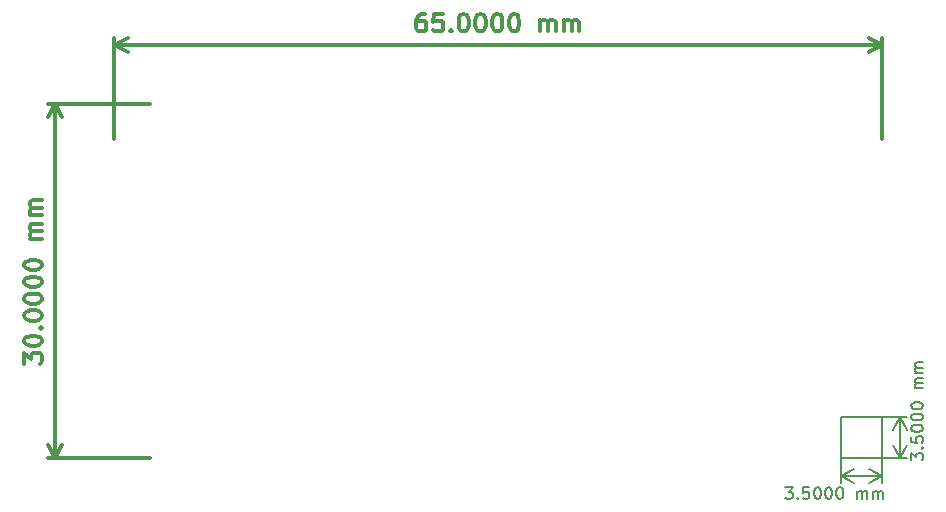
<source format=gbr>
%TF.GenerationSoftware,KiCad,Pcbnew,7.0.6*%
%TF.CreationDate,2023-08-14T14:17:20+01:00*%
%TF.ProjectId,canhat,63616e68-6174-42e6-9b69-6361645f7063,8*%
%TF.SameCoordinates,Original*%
%TF.FileFunction,OtherDrawing,Comment*%
%FSLAX46Y46*%
G04 Gerber Fmt 4.6, Leading zero omitted, Abs format (unit mm)*
G04 Created by KiCad (PCBNEW 7.0.6) date 2023-08-14 14:17:20*
%MOMM*%
%LPD*%
G01*
G04 APERTURE LIST*
%ADD10C,0.150000*%
%ADD11C,0.300000*%
G04 APERTURE END LIST*
D10*
X107454819Y-80190475D02*
X107454819Y-79571428D01*
X107454819Y-79571428D02*
X107835771Y-79904761D01*
X107835771Y-79904761D02*
X107835771Y-79761904D01*
X107835771Y-79761904D02*
X107883390Y-79666666D01*
X107883390Y-79666666D02*
X107931009Y-79619047D01*
X107931009Y-79619047D02*
X108026247Y-79571428D01*
X108026247Y-79571428D02*
X108264342Y-79571428D01*
X108264342Y-79571428D02*
X108359580Y-79619047D01*
X108359580Y-79619047D02*
X108407200Y-79666666D01*
X108407200Y-79666666D02*
X108454819Y-79761904D01*
X108454819Y-79761904D02*
X108454819Y-80047618D01*
X108454819Y-80047618D02*
X108407200Y-80142856D01*
X108407200Y-80142856D02*
X108359580Y-80190475D01*
X108359580Y-79142856D02*
X108407200Y-79095237D01*
X108407200Y-79095237D02*
X108454819Y-79142856D01*
X108454819Y-79142856D02*
X108407200Y-79190475D01*
X108407200Y-79190475D02*
X108359580Y-79142856D01*
X108359580Y-79142856D02*
X108454819Y-79142856D01*
X107454819Y-78190476D02*
X107454819Y-78666666D01*
X107454819Y-78666666D02*
X107931009Y-78714285D01*
X107931009Y-78714285D02*
X107883390Y-78666666D01*
X107883390Y-78666666D02*
X107835771Y-78571428D01*
X107835771Y-78571428D02*
X107835771Y-78333333D01*
X107835771Y-78333333D02*
X107883390Y-78238095D01*
X107883390Y-78238095D02*
X107931009Y-78190476D01*
X107931009Y-78190476D02*
X108026247Y-78142857D01*
X108026247Y-78142857D02*
X108264342Y-78142857D01*
X108264342Y-78142857D02*
X108359580Y-78190476D01*
X108359580Y-78190476D02*
X108407200Y-78238095D01*
X108407200Y-78238095D02*
X108454819Y-78333333D01*
X108454819Y-78333333D02*
X108454819Y-78571428D01*
X108454819Y-78571428D02*
X108407200Y-78666666D01*
X108407200Y-78666666D02*
X108359580Y-78714285D01*
X107454819Y-77523809D02*
X107454819Y-77428571D01*
X107454819Y-77428571D02*
X107502438Y-77333333D01*
X107502438Y-77333333D02*
X107550057Y-77285714D01*
X107550057Y-77285714D02*
X107645295Y-77238095D01*
X107645295Y-77238095D02*
X107835771Y-77190476D01*
X107835771Y-77190476D02*
X108073866Y-77190476D01*
X108073866Y-77190476D02*
X108264342Y-77238095D01*
X108264342Y-77238095D02*
X108359580Y-77285714D01*
X108359580Y-77285714D02*
X108407200Y-77333333D01*
X108407200Y-77333333D02*
X108454819Y-77428571D01*
X108454819Y-77428571D02*
X108454819Y-77523809D01*
X108454819Y-77523809D02*
X108407200Y-77619047D01*
X108407200Y-77619047D02*
X108359580Y-77666666D01*
X108359580Y-77666666D02*
X108264342Y-77714285D01*
X108264342Y-77714285D02*
X108073866Y-77761904D01*
X108073866Y-77761904D02*
X107835771Y-77761904D01*
X107835771Y-77761904D02*
X107645295Y-77714285D01*
X107645295Y-77714285D02*
X107550057Y-77666666D01*
X107550057Y-77666666D02*
X107502438Y-77619047D01*
X107502438Y-77619047D02*
X107454819Y-77523809D01*
X107454819Y-76571428D02*
X107454819Y-76476190D01*
X107454819Y-76476190D02*
X107502438Y-76380952D01*
X107502438Y-76380952D02*
X107550057Y-76333333D01*
X107550057Y-76333333D02*
X107645295Y-76285714D01*
X107645295Y-76285714D02*
X107835771Y-76238095D01*
X107835771Y-76238095D02*
X108073866Y-76238095D01*
X108073866Y-76238095D02*
X108264342Y-76285714D01*
X108264342Y-76285714D02*
X108359580Y-76333333D01*
X108359580Y-76333333D02*
X108407200Y-76380952D01*
X108407200Y-76380952D02*
X108454819Y-76476190D01*
X108454819Y-76476190D02*
X108454819Y-76571428D01*
X108454819Y-76571428D02*
X108407200Y-76666666D01*
X108407200Y-76666666D02*
X108359580Y-76714285D01*
X108359580Y-76714285D02*
X108264342Y-76761904D01*
X108264342Y-76761904D02*
X108073866Y-76809523D01*
X108073866Y-76809523D02*
X107835771Y-76809523D01*
X107835771Y-76809523D02*
X107645295Y-76761904D01*
X107645295Y-76761904D02*
X107550057Y-76714285D01*
X107550057Y-76714285D02*
X107502438Y-76666666D01*
X107502438Y-76666666D02*
X107454819Y-76571428D01*
X107454819Y-75619047D02*
X107454819Y-75523809D01*
X107454819Y-75523809D02*
X107502438Y-75428571D01*
X107502438Y-75428571D02*
X107550057Y-75380952D01*
X107550057Y-75380952D02*
X107645295Y-75333333D01*
X107645295Y-75333333D02*
X107835771Y-75285714D01*
X107835771Y-75285714D02*
X108073866Y-75285714D01*
X108073866Y-75285714D02*
X108264342Y-75333333D01*
X108264342Y-75333333D02*
X108359580Y-75380952D01*
X108359580Y-75380952D02*
X108407200Y-75428571D01*
X108407200Y-75428571D02*
X108454819Y-75523809D01*
X108454819Y-75523809D02*
X108454819Y-75619047D01*
X108454819Y-75619047D02*
X108407200Y-75714285D01*
X108407200Y-75714285D02*
X108359580Y-75761904D01*
X108359580Y-75761904D02*
X108264342Y-75809523D01*
X108264342Y-75809523D02*
X108073866Y-75857142D01*
X108073866Y-75857142D02*
X107835771Y-75857142D01*
X107835771Y-75857142D02*
X107645295Y-75809523D01*
X107645295Y-75809523D02*
X107550057Y-75761904D01*
X107550057Y-75761904D02*
X107502438Y-75714285D01*
X107502438Y-75714285D02*
X107454819Y-75619047D01*
X108454819Y-74095237D02*
X107788152Y-74095237D01*
X107883390Y-74095237D02*
X107835771Y-74047618D01*
X107835771Y-74047618D02*
X107788152Y-73952380D01*
X107788152Y-73952380D02*
X107788152Y-73809523D01*
X107788152Y-73809523D02*
X107835771Y-73714285D01*
X107835771Y-73714285D02*
X107931009Y-73666666D01*
X107931009Y-73666666D02*
X108454819Y-73666666D01*
X107931009Y-73666666D02*
X107835771Y-73619047D01*
X107835771Y-73619047D02*
X107788152Y-73523809D01*
X107788152Y-73523809D02*
X107788152Y-73380952D01*
X107788152Y-73380952D02*
X107835771Y-73285713D01*
X107835771Y-73285713D02*
X107931009Y-73238094D01*
X107931009Y-73238094D02*
X108454819Y-73238094D01*
X108454819Y-72761904D02*
X107788152Y-72761904D01*
X107883390Y-72761904D02*
X107835771Y-72714285D01*
X107835771Y-72714285D02*
X107788152Y-72619047D01*
X107788152Y-72619047D02*
X107788152Y-72476190D01*
X107788152Y-72476190D02*
X107835771Y-72380952D01*
X107835771Y-72380952D02*
X107931009Y-72333333D01*
X107931009Y-72333333D02*
X108454819Y-72333333D01*
X107931009Y-72333333D02*
X107835771Y-72285714D01*
X107835771Y-72285714D02*
X107788152Y-72190476D01*
X107788152Y-72190476D02*
X107788152Y-72047619D01*
X107788152Y-72047619D02*
X107835771Y-71952380D01*
X107835771Y-71952380D02*
X107931009Y-71904761D01*
X107931009Y-71904761D02*
X108454819Y-71904761D01*
X101500000Y-80000000D02*
X107086420Y-80000000D01*
X101500000Y-76500000D02*
X107086420Y-76500000D01*
X106500000Y-80000000D02*
X106500000Y-76500000D01*
X106500000Y-80000000D02*
X106500000Y-76500000D01*
X106500000Y-80000000D02*
X105913579Y-78873496D01*
X106500000Y-80000000D02*
X107086421Y-78873496D01*
X106500000Y-76500000D02*
X107086421Y-77626504D01*
X106500000Y-76500000D02*
X105913579Y-77626504D01*
X96809524Y-82454819D02*
X97428571Y-82454819D01*
X97428571Y-82454819D02*
X97095238Y-82835771D01*
X97095238Y-82835771D02*
X97238095Y-82835771D01*
X97238095Y-82835771D02*
X97333333Y-82883390D01*
X97333333Y-82883390D02*
X97380952Y-82931009D01*
X97380952Y-82931009D02*
X97428571Y-83026247D01*
X97428571Y-83026247D02*
X97428571Y-83264342D01*
X97428571Y-83264342D02*
X97380952Y-83359580D01*
X97380952Y-83359580D02*
X97333333Y-83407200D01*
X97333333Y-83407200D02*
X97238095Y-83454819D01*
X97238095Y-83454819D02*
X96952381Y-83454819D01*
X96952381Y-83454819D02*
X96857143Y-83407200D01*
X96857143Y-83407200D02*
X96809524Y-83359580D01*
X97857143Y-83359580D02*
X97904762Y-83407200D01*
X97904762Y-83407200D02*
X97857143Y-83454819D01*
X97857143Y-83454819D02*
X97809524Y-83407200D01*
X97809524Y-83407200D02*
X97857143Y-83359580D01*
X97857143Y-83359580D02*
X97857143Y-83454819D01*
X98809523Y-82454819D02*
X98333333Y-82454819D01*
X98333333Y-82454819D02*
X98285714Y-82931009D01*
X98285714Y-82931009D02*
X98333333Y-82883390D01*
X98333333Y-82883390D02*
X98428571Y-82835771D01*
X98428571Y-82835771D02*
X98666666Y-82835771D01*
X98666666Y-82835771D02*
X98761904Y-82883390D01*
X98761904Y-82883390D02*
X98809523Y-82931009D01*
X98809523Y-82931009D02*
X98857142Y-83026247D01*
X98857142Y-83026247D02*
X98857142Y-83264342D01*
X98857142Y-83264342D02*
X98809523Y-83359580D01*
X98809523Y-83359580D02*
X98761904Y-83407200D01*
X98761904Y-83407200D02*
X98666666Y-83454819D01*
X98666666Y-83454819D02*
X98428571Y-83454819D01*
X98428571Y-83454819D02*
X98333333Y-83407200D01*
X98333333Y-83407200D02*
X98285714Y-83359580D01*
X99476190Y-82454819D02*
X99571428Y-82454819D01*
X99571428Y-82454819D02*
X99666666Y-82502438D01*
X99666666Y-82502438D02*
X99714285Y-82550057D01*
X99714285Y-82550057D02*
X99761904Y-82645295D01*
X99761904Y-82645295D02*
X99809523Y-82835771D01*
X99809523Y-82835771D02*
X99809523Y-83073866D01*
X99809523Y-83073866D02*
X99761904Y-83264342D01*
X99761904Y-83264342D02*
X99714285Y-83359580D01*
X99714285Y-83359580D02*
X99666666Y-83407200D01*
X99666666Y-83407200D02*
X99571428Y-83454819D01*
X99571428Y-83454819D02*
X99476190Y-83454819D01*
X99476190Y-83454819D02*
X99380952Y-83407200D01*
X99380952Y-83407200D02*
X99333333Y-83359580D01*
X99333333Y-83359580D02*
X99285714Y-83264342D01*
X99285714Y-83264342D02*
X99238095Y-83073866D01*
X99238095Y-83073866D02*
X99238095Y-82835771D01*
X99238095Y-82835771D02*
X99285714Y-82645295D01*
X99285714Y-82645295D02*
X99333333Y-82550057D01*
X99333333Y-82550057D02*
X99380952Y-82502438D01*
X99380952Y-82502438D02*
X99476190Y-82454819D01*
X100428571Y-82454819D02*
X100523809Y-82454819D01*
X100523809Y-82454819D02*
X100619047Y-82502438D01*
X100619047Y-82502438D02*
X100666666Y-82550057D01*
X100666666Y-82550057D02*
X100714285Y-82645295D01*
X100714285Y-82645295D02*
X100761904Y-82835771D01*
X100761904Y-82835771D02*
X100761904Y-83073866D01*
X100761904Y-83073866D02*
X100714285Y-83264342D01*
X100714285Y-83264342D02*
X100666666Y-83359580D01*
X100666666Y-83359580D02*
X100619047Y-83407200D01*
X100619047Y-83407200D02*
X100523809Y-83454819D01*
X100523809Y-83454819D02*
X100428571Y-83454819D01*
X100428571Y-83454819D02*
X100333333Y-83407200D01*
X100333333Y-83407200D02*
X100285714Y-83359580D01*
X100285714Y-83359580D02*
X100238095Y-83264342D01*
X100238095Y-83264342D02*
X100190476Y-83073866D01*
X100190476Y-83073866D02*
X100190476Y-82835771D01*
X100190476Y-82835771D02*
X100238095Y-82645295D01*
X100238095Y-82645295D02*
X100285714Y-82550057D01*
X100285714Y-82550057D02*
X100333333Y-82502438D01*
X100333333Y-82502438D02*
X100428571Y-82454819D01*
X101380952Y-82454819D02*
X101476190Y-82454819D01*
X101476190Y-82454819D02*
X101571428Y-82502438D01*
X101571428Y-82502438D02*
X101619047Y-82550057D01*
X101619047Y-82550057D02*
X101666666Y-82645295D01*
X101666666Y-82645295D02*
X101714285Y-82835771D01*
X101714285Y-82835771D02*
X101714285Y-83073866D01*
X101714285Y-83073866D02*
X101666666Y-83264342D01*
X101666666Y-83264342D02*
X101619047Y-83359580D01*
X101619047Y-83359580D02*
X101571428Y-83407200D01*
X101571428Y-83407200D02*
X101476190Y-83454819D01*
X101476190Y-83454819D02*
X101380952Y-83454819D01*
X101380952Y-83454819D02*
X101285714Y-83407200D01*
X101285714Y-83407200D02*
X101238095Y-83359580D01*
X101238095Y-83359580D02*
X101190476Y-83264342D01*
X101190476Y-83264342D02*
X101142857Y-83073866D01*
X101142857Y-83073866D02*
X101142857Y-82835771D01*
X101142857Y-82835771D02*
X101190476Y-82645295D01*
X101190476Y-82645295D02*
X101238095Y-82550057D01*
X101238095Y-82550057D02*
X101285714Y-82502438D01*
X101285714Y-82502438D02*
X101380952Y-82454819D01*
X102904762Y-83454819D02*
X102904762Y-82788152D01*
X102904762Y-82883390D02*
X102952381Y-82835771D01*
X102952381Y-82835771D02*
X103047619Y-82788152D01*
X103047619Y-82788152D02*
X103190476Y-82788152D01*
X103190476Y-82788152D02*
X103285714Y-82835771D01*
X103285714Y-82835771D02*
X103333333Y-82931009D01*
X103333333Y-82931009D02*
X103333333Y-83454819D01*
X103333333Y-82931009D02*
X103380952Y-82835771D01*
X103380952Y-82835771D02*
X103476190Y-82788152D01*
X103476190Y-82788152D02*
X103619047Y-82788152D01*
X103619047Y-82788152D02*
X103714286Y-82835771D01*
X103714286Y-82835771D02*
X103761905Y-82931009D01*
X103761905Y-82931009D02*
X103761905Y-83454819D01*
X104238095Y-83454819D02*
X104238095Y-82788152D01*
X104238095Y-82883390D02*
X104285714Y-82835771D01*
X104285714Y-82835771D02*
X104380952Y-82788152D01*
X104380952Y-82788152D02*
X104523809Y-82788152D01*
X104523809Y-82788152D02*
X104619047Y-82835771D01*
X104619047Y-82835771D02*
X104666666Y-82931009D01*
X104666666Y-82931009D02*
X104666666Y-83454819D01*
X104666666Y-82931009D02*
X104714285Y-82835771D01*
X104714285Y-82835771D02*
X104809523Y-82788152D01*
X104809523Y-82788152D02*
X104952380Y-82788152D01*
X104952380Y-82788152D02*
X105047619Y-82835771D01*
X105047619Y-82835771D02*
X105095238Y-82931009D01*
X105095238Y-82931009D02*
X105095238Y-83454819D01*
X105000000Y-76500000D02*
X105000000Y-82086420D01*
X101500000Y-76500000D02*
X101500000Y-82086420D01*
X105000000Y-81500000D02*
X101500000Y-81500000D01*
X105000000Y-81500000D02*
X101500000Y-81500000D01*
X105000000Y-81500000D02*
X103873496Y-82086421D01*
X105000000Y-81500000D02*
X103873496Y-80913579D01*
X101500000Y-81500000D02*
X102626504Y-80913579D01*
X101500000Y-81500000D02*
X102626504Y-82086421D01*
D11*
X32378328Y-71999998D02*
X32378328Y-71071426D01*
X32378328Y-71071426D02*
X32949757Y-71571426D01*
X32949757Y-71571426D02*
X32949757Y-71357141D01*
X32949757Y-71357141D02*
X33021185Y-71214284D01*
X33021185Y-71214284D02*
X33092614Y-71142855D01*
X33092614Y-71142855D02*
X33235471Y-71071426D01*
X33235471Y-71071426D02*
X33592614Y-71071426D01*
X33592614Y-71071426D02*
X33735471Y-71142855D01*
X33735471Y-71142855D02*
X33806900Y-71214284D01*
X33806900Y-71214284D02*
X33878328Y-71357141D01*
X33878328Y-71357141D02*
X33878328Y-71785712D01*
X33878328Y-71785712D02*
X33806900Y-71928569D01*
X33806900Y-71928569D02*
X33735471Y-71999998D01*
X32378328Y-70142855D02*
X32378328Y-69999998D01*
X32378328Y-69999998D02*
X32449757Y-69857141D01*
X32449757Y-69857141D02*
X32521185Y-69785713D01*
X32521185Y-69785713D02*
X32664042Y-69714284D01*
X32664042Y-69714284D02*
X32949757Y-69642855D01*
X32949757Y-69642855D02*
X33306900Y-69642855D01*
X33306900Y-69642855D02*
X33592614Y-69714284D01*
X33592614Y-69714284D02*
X33735471Y-69785713D01*
X33735471Y-69785713D02*
X33806900Y-69857141D01*
X33806900Y-69857141D02*
X33878328Y-69999998D01*
X33878328Y-69999998D02*
X33878328Y-70142855D01*
X33878328Y-70142855D02*
X33806900Y-70285713D01*
X33806900Y-70285713D02*
X33735471Y-70357141D01*
X33735471Y-70357141D02*
X33592614Y-70428570D01*
X33592614Y-70428570D02*
X33306900Y-70499998D01*
X33306900Y-70499998D02*
X32949757Y-70499998D01*
X32949757Y-70499998D02*
X32664042Y-70428570D01*
X32664042Y-70428570D02*
X32521185Y-70357141D01*
X32521185Y-70357141D02*
X32449757Y-70285713D01*
X32449757Y-70285713D02*
X32378328Y-70142855D01*
X33735471Y-68999999D02*
X33806900Y-68928570D01*
X33806900Y-68928570D02*
X33878328Y-68999999D01*
X33878328Y-68999999D02*
X33806900Y-69071427D01*
X33806900Y-69071427D02*
X33735471Y-68999999D01*
X33735471Y-68999999D02*
X33878328Y-68999999D01*
X32378328Y-67999998D02*
X32378328Y-67857141D01*
X32378328Y-67857141D02*
X32449757Y-67714284D01*
X32449757Y-67714284D02*
X32521185Y-67642856D01*
X32521185Y-67642856D02*
X32664042Y-67571427D01*
X32664042Y-67571427D02*
X32949757Y-67499998D01*
X32949757Y-67499998D02*
X33306900Y-67499998D01*
X33306900Y-67499998D02*
X33592614Y-67571427D01*
X33592614Y-67571427D02*
X33735471Y-67642856D01*
X33735471Y-67642856D02*
X33806900Y-67714284D01*
X33806900Y-67714284D02*
X33878328Y-67857141D01*
X33878328Y-67857141D02*
X33878328Y-67999998D01*
X33878328Y-67999998D02*
X33806900Y-68142856D01*
X33806900Y-68142856D02*
X33735471Y-68214284D01*
X33735471Y-68214284D02*
X33592614Y-68285713D01*
X33592614Y-68285713D02*
X33306900Y-68357141D01*
X33306900Y-68357141D02*
X32949757Y-68357141D01*
X32949757Y-68357141D02*
X32664042Y-68285713D01*
X32664042Y-68285713D02*
X32521185Y-68214284D01*
X32521185Y-68214284D02*
X32449757Y-68142856D01*
X32449757Y-68142856D02*
X32378328Y-67999998D01*
X32378328Y-66571427D02*
X32378328Y-66428570D01*
X32378328Y-66428570D02*
X32449757Y-66285713D01*
X32449757Y-66285713D02*
X32521185Y-66214285D01*
X32521185Y-66214285D02*
X32664042Y-66142856D01*
X32664042Y-66142856D02*
X32949757Y-66071427D01*
X32949757Y-66071427D02*
X33306900Y-66071427D01*
X33306900Y-66071427D02*
X33592614Y-66142856D01*
X33592614Y-66142856D02*
X33735471Y-66214285D01*
X33735471Y-66214285D02*
X33806900Y-66285713D01*
X33806900Y-66285713D02*
X33878328Y-66428570D01*
X33878328Y-66428570D02*
X33878328Y-66571427D01*
X33878328Y-66571427D02*
X33806900Y-66714285D01*
X33806900Y-66714285D02*
X33735471Y-66785713D01*
X33735471Y-66785713D02*
X33592614Y-66857142D01*
X33592614Y-66857142D02*
X33306900Y-66928570D01*
X33306900Y-66928570D02*
X32949757Y-66928570D01*
X32949757Y-66928570D02*
X32664042Y-66857142D01*
X32664042Y-66857142D02*
X32521185Y-66785713D01*
X32521185Y-66785713D02*
X32449757Y-66714285D01*
X32449757Y-66714285D02*
X32378328Y-66571427D01*
X32378328Y-65142856D02*
X32378328Y-64999999D01*
X32378328Y-64999999D02*
X32449757Y-64857142D01*
X32449757Y-64857142D02*
X32521185Y-64785714D01*
X32521185Y-64785714D02*
X32664042Y-64714285D01*
X32664042Y-64714285D02*
X32949757Y-64642856D01*
X32949757Y-64642856D02*
X33306900Y-64642856D01*
X33306900Y-64642856D02*
X33592614Y-64714285D01*
X33592614Y-64714285D02*
X33735471Y-64785714D01*
X33735471Y-64785714D02*
X33806900Y-64857142D01*
X33806900Y-64857142D02*
X33878328Y-64999999D01*
X33878328Y-64999999D02*
X33878328Y-65142856D01*
X33878328Y-65142856D02*
X33806900Y-65285714D01*
X33806900Y-65285714D02*
X33735471Y-65357142D01*
X33735471Y-65357142D02*
X33592614Y-65428571D01*
X33592614Y-65428571D02*
X33306900Y-65499999D01*
X33306900Y-65499999D02*
X32949757Y-65499999D01*
X32949757Y-65499999D02*
X32664042Y-65428571D01*
X32664042Y-65428571D02*
X32521185Y-65357142D01*
X32521185Y-65357142D02*
X32449757Y-65285714D01*
X32449757Y-65285714D02*
X32378328Y-65142856D01*
X32378328Y-63714285D02*
X32378328Y-63571428D01*
X32378328Y-63571428D02*
X32449757Y-63428571D01*
X32449757Y-63428571D02*
X32521185Y-63357143D01*
X32521185Y-63357143D02*
X32664042Y-63285714D01*
X32664042Y-63285714D02*
X32949757Y-63214285D01*
X32949757Y-63214285D02*
X33306900Y-63214285D01*
X33306900Y-63214285D02*
X33592614Y-63285714D01*
X33592614Y-63285714D02*
X33735471Y-63357143D01*
X33735471Y-63357143D02*
X33806900Y-63428571D01*
X33806900Y-63428571D02*
X33878328Y-63571428D01*
X33878328Y-63571428D02*
X33878328Y-63714285D01*
X33878328Y-63714285D02*
X33806900Y-63857143D01*
X33806900Y-63857143D02*
X33735471Y-63928571D01*
X33735471Y-63928571D02*
X33592614Y-64000000D01*
X33592614Y-64000000D02*
X33306900Y-64071428D01*
X33306900Y-64071428D02*
X32949757Y-64071428D01*
X32949757Y-64071428D02*
X32664042Y-64000000D01*
X32664042Y-64000000D02*
X32521185Y-63928571D01*
X32521185Y-63928571D02*
X32449757Y-63857143D01*
X32449757Y-63857143D02*
X32378328Y-63714285D01*
X33878328Y-61428572D02*
X32878328Y-61428572D01*
X33021185Y-61428572D02*
X32949757Y-61357143D01*
X32949757Y-61357143D02*
X32878328Y-61214286D01*
X32878328Y-61214286D02*
X32878328Y-61000000D01*
X32878328Y-61000000D02*
X32949757Y-60857143D01*
X32949757Y-60857143D02*
X33092614Y-60785715D01*
X33092614Y-60785715D02*
X33878328Y-60785715D01*
X33092614Y-60785715D02*
X32949757Y-60714286D01*
X32949757Y-60714286D02*
X32878328Y-60571429D01*
X32878328Y-60571429D02*
X32878328Y-60357143D01*
X32878328Y-60357143D02*
X32949757Y-60214286D01*
X32949757Y-60214286D02*
X33092614Y-60142857D01*
X33092614Y-60142857D02*
X33878328Y-60142857D01*
X33878328Y-59428572D02*
X32878328Y-59428572D01*
X33021185Y-59428572D02*
X32949757Y-59357143D01*
X32949757Y-59357143D02*
X32878328Y-59214286D01*
X32878328Y-59214286D02*
X32878328Y-59000000D01*
X32878328Y-59000000D02*
X32949757Y-58857143D01*
X32949757Y-58857143D02*
X33092614Y-58785715D01*
X33092614Y-58785715D02*
X33878328Y-58785715D01*
X33092614Y-58785715D02*
X32949757Y-58714286D01*
X32949757Y-58714286D02*
X32878328Y-58571429D01*
X32878328Y-58571429D02*
X32878328Y-58357143D01*
X32878328Y-58357143D02*
X32949757Y-58214286D01*
X32949757Y-58214286D02*
X33092614Y-58142857D01*
X33092614Y-58142857D02*
X33878328Y-58142857D01*
X43000000Y-80000000D02*
X34413580Y-80000000D01*
X43000000Y-50000000D02*
X34413580Y-50000000D01*
X35000000Y-80000000D02*
X35000000Y-50000000D01*
X35000000Y-80000000D02*
X35000000Y-50000000D01*
X35000000Y-80000000D02*
X34413579Y-78873496D01*
X35000000Y-80000000D02*
X35586421Y-78873496D01*
X35000000Y-50000000D02*
X35586421Y-51126504D01*
X35000000Y-50000000D02*
X34413579Y-51126504D01*
X66285716Y-42378328D02*
X66000001Y-42378328D01*
X66000001Y-42378328D02*
X65857144Y-42449757D01*
X65857144Y-42449757D02*
X65785716Y-42521185D01*
X65785716Y-42521185D02*
X65642858Y-42735471D01*
X65642858Y-42735471D02*
X65571430Y-43021185D01*
X65571430Y-43021185D02*
X65571430Y-43592614D01*
X65571430Y-43592614D02*
X65642858Y-43735471D01*
X65642858Y-43735471D02*
X65714287Y-43806900D01*
X65714287Y-43806900D02*
X65857144Y-43878328D01*
X65857144Y-43878328D02*
X66142858Y-43878328D01*
X66142858Y-43878328D02*
X66285716Y-43806900D01*
X66285716Y-43806900D02*
X66357144Y-43735471D01*
X66357144Y-43735471D02*
X66428573Y-43592614D01*
X66428573Y-43592614D02*
X66428573Y-43235471D01*
X66428573Y-43235471D02*
X66357144Y-43092614D01*
X66357144Y-43092614D02*
X66285716Y-43021185D01*
X66285716Y-43021185D02*
X66142858Y-42949757D01*
X66142858Y-42949757D02*
X65857144Y-42949757D01*
X65857144Y-42949757D02*
X65714287Y-43021185D01*
X65714287Y-43021185D02*
X65642858Y-43092614D01*
X65642858Y-43092614D02*
X65571430Y-43235471D01*
X67785715Y-42378328D02*
X67071429Y-42378328D01*
X67071429Y-42378328D02*
X67000001Y-43092614D01*
X67000001Y-43092614D02*
X67071429Y-43021185D01*
X67071429Y-43021185D02*
X67214287Y-42949757D01*
X67214287Y-42949757D02*
X67571429Y-42949757D01*
X67571429Y-42949757D02*
X67714287Y-43021185D01*
X67714287Y-43021185D02*
X67785715Y-43092614D01*
X67785715Y-43092614D02*
X67857144Y-43235471D01*
X67857144Y-43235471D02*
X67857144Y-43592614D01*
X67857144Y-43592614D02*
X67785715Y-43735471D01*
X67785715Y-43735471D02*
X67714287Y-43806900D01*
X67714287Y-43806900D02*
X67571429Y-43878328D01*
X67571429Y-43878328D02*
X67214287Y-43878328D01*
X67214287Y-43878328D02*
X67071429Y-43806900D01*
X67071429Y-43806900D02*
X67000001Y-43735471D01*
X68500000Y-43735471D02*
X68571429Y-43806900D01*
X68571429Y-43806900D02*
X68500000Y-43878328D01*
X68500000Y-43878328D02*
X68428572Y-43806900D01*
X68428572Y-43806900D02*
X68500000Y-43735471D01*
X68500000Y-43735471D02*
X68500000Y-43878328D01*
X69500001Y-42378328D02*
X69642858Y-42378328D01*
X69642858Y-42378328D02*
X69785715Y-42449757D01*
X69785715Y-42449757D02*
X69857144Y-42521185D01*
X69857144Y-42521185D02*
X69928572Y-42664042D01*
X69928572Y-42664042D02*
X70000001Y-42949757D01*
X70000001Y-42949757D02*
X70000001Y-43306900D01*
X70000001Y-43306900D02*
X69928572Y-43592614D01*
X69928572Y-43592614D02*
X69857144Y-43735471D01*
X69857144Y-43735471D02*
X69785715Y-43806900D01*
X69785715Y-43806900D02*
X69642858Y-43878328D01*
X69642858Y-43878328D02*
X69500001Y-43878328D01*
X69500001Y-43878328D02*
X69357144Y-43806900D01*
X69357144Y-43806900D02*
X69285715Y-43735471D01*
X69285715Y-43735471D02*
X69214286Y-43592614D01*
X69214286Y-43592614D02*
X69142858Y-43306900D01*
X69142858Y-43306900D02*
X69142858Y-42949757D01*
X69142858Y-42949757D02*
X69214286Y-42664042D01*
X69214286Y-42664042D02*
X69285715Y-42521185D01*
X69285715Y-42521185D02*
X69357144Y-42449757D01*
X69357144Y-42449757D02*
X69500001Y-42378328D01*
X70928572Y-42378328D02*
X71071429Y-42378328D01*
X71071429Y-42378328D02*
X71214286Y-42449757D01*
X71214286Y-42449757D02*
X71285715Y-42521185D01*
X71285715Y-42521185D02*
X71357143Y-42664042D01*
X71357143Y-42664042D02*
X71428572Y-42949757D01*
X71428572Y-42949757D02*
X71428572Y-43306900D01*
X71428572Y-43306900D02*
X71357143Y-43592614D01*
X71357143Y-43592614D02*
X71285715Y-43735471D01*
X71285715Y-43735471D02*
X71214286Y-43806900D01*
X71214286Y-43806900D02*
X71071429Y-43878328D01*
X71071429Y-43878328D02*
X70928572Y-43878328D01*
X70928572Y-43878328D02*
X70785715Y-43806900D01*
X70785715Y-43806900D02*
X70714286Y-43735471D01*
X70714286Y-43735471D02*
X70642857Y-43592614D01*
X70642857Y-43592614D02*
X70571429Y-43306900D01*
X70571429Y-43306900D02*
X70571429Y-42949757D01*
X70571429Y-42949757D02*
X70642857Y-42664042D01*
X70642857Y-42664042D02*
X70714286Y-42521185D01*
X70714286Y-42521185D02*
X70785715Y-42449757D01*
X70785715Y-42449757D02*
X70928572Y-42378328D01*
X72357143Y-42378328D02*
X72500000Y-42378328D01*
X72500000Y-42378328D02*
X72642857Y-42449757D01*
X72642857Y-42449757D02*
X72714286Y-42521185D01*
X72714286Y-42521185D02*
X72785714Y-42664042D01*
X72785714Y-42664042D02*
X72857143Y-42949757D01*
X72857143Y-42949757D02*
X72857143Y-43306900D01*
X72857143Y-43306900D02*
X72785714Y-43592614D01*
X72785714Y-43592614D02*
X72714286Y-43735471D01*
X72714286Y-43735471D02*
X72642857Y-43806900D01*
X72642857Y-43806900D02*
X72500000Y-43878328D01*
X72500000Y-43878328D02*
X72357143Y-43878328D01*
X72357143Y-43878328D02*
X72214286Y-43806900D01*
X72214286Y-43806900D02*
X72142857Y-43735471D01*
X72142857Y-43735471D02*
X72071428Y-43592614D01*
X72071428Y-43592614D02*
X72000000Y-43306900D01*
X72000000Y-43306900D02*
X72000000Y-42949757D01*
X72000000Y-42949757D02*
X72071428Y-42664042D01*
X72071428Y-42664042D02*
X72142857Y-42521185D01*
X72142857Y-42521185D02*
X72214286Y-42449757D01*
X72214286Y-42449757D02*
X72357143Y-42378328D01*
X73785714Y-42378328D02*
X73928571Y-42378328D01*
X73928571Y-42378328D02*
X74071428Y-42449757D01*
X74071428Y-42449757D02*
X74142857Y-42521185D01*
X74142857Y-42521185D02*
X74214285Y-42664042D01*
X74214285Y-42664042D02*
X74285714Y-42949757D01*
X74285714Y-42949757D02*
X74285714Y-43306900D01*
X74285714Y-43306900D02*
X74214285Y-43592614D01*
X74214285Y-43592614D02*
X74142857Y-43735471D01*
X74142857Y-43735471D02*
X74071428Y-43806900D01*
X74071428Y-43806900D02*
X73928571Y-43878328D01*
X73928571Y-43878328D02*
X73785714Y-43878328D01*
X73785714Y-43878328D02*
X73642857Y-43806900D01*
X73642857Y-43806900D02*
X73571428Y-43735471D01*
X73571428Y-43735471D02*
X73499999Y-43592614D01*
X73499999Y-43592614D02*
X73428571Y-43306900D01*
X73428571Y-43306900D02*
X73428571Y-42949757D01*
X73428571Y-42949757D02*
X73499999Y-42664042D01*
X73499999Y-42664042D02*
X73571428Y-42521185D01*
X73571428Y-42521185D02*
X73642857Y-42449757D01*
X73642857Y-42449757D02*
X73785714Y-42378328D01*
X76071427Y-43878328D02*
X76071427Y-42878328D01*
X76071427Y-43021185D02*
X76142856Y-42949757D01*
X76142856Y-42949757D02*
X76285713Y-42878328D01*
X76285713Y-42878328D02*
X76499999Y-42878328D01*
X76499999Y-42878328D02*
X76642856Y-42949757D01*
X76642856Y-42949757D02*
X76714285Y-43092614D01*
X76714285Y-43092614D02*
X76714285Y-43878328D01*
X76714285Y-43092614D02*
X76785713Y-42949757D01*
X76785713Y-42949757D02*
X76928570Y-42878328D01*
X76928570Y-42878328D02*
X77142856Y-42878328D01*
X77142856Y-42878328D02*
X77285713Y-42949757D01*
X77285713Y-42949757D02*
X77357142Y-43092614D01*
X77357142Y-43092614D02*
X77357142Y-43878328D01*
X78071427Y-43878328D02*
X78071427Y-42878328D01*
X78071427Y-43021185D02*
X78142856Y-42949757D01*
X78142856Y-42949757D02*
X78285713Y-42878328D01*
X78285713Y-42878328D02*
X78499999Y-42878328D01*
X78499999Y-42878328D02*
X78642856Y-42949757D01*
X78642856Y-42949757D02*
X78714285Y-43092614D01*
X78714285Y-43092614D02*
X78714285Y-43878328D01*
X78714285Y-43092614D02*
X78785713Y-42949757D01*
X78785713Y-42949757D02*
X78928570Y-42878328D01*
X78928570Y-42878328D02*
X79142856Y-42878328D01*
X79142856Y-42878328D02*
X79285713Y-42949757D01*
X79285713Y-42949757D02*
X79357142Y-43092614D01*
X79357142Y-43092614D02*
X79357142Y-43878328D01*
X105000000Y-53000000D02*
X105000000Y-44413580D01*
X40000000Y-53000000D02*
X40000000Y-44413580D01*
X105000000Y-45000000D02*
X40000000Y-45000000D01*
X105000000Y-45000000D02*
X40000000Y-45000000D01*
X105000000Y-45000000D02*
X103873496Y-45586421D01*
X105000000Y-45000000D02*
X103873496Y-44413579D01*
X40000000Y-45000000D02*
X41126504Y-44413579D01*
X40000000Y-45000000D02*
X41126504Y-45586421D01*
M02*

</source>
